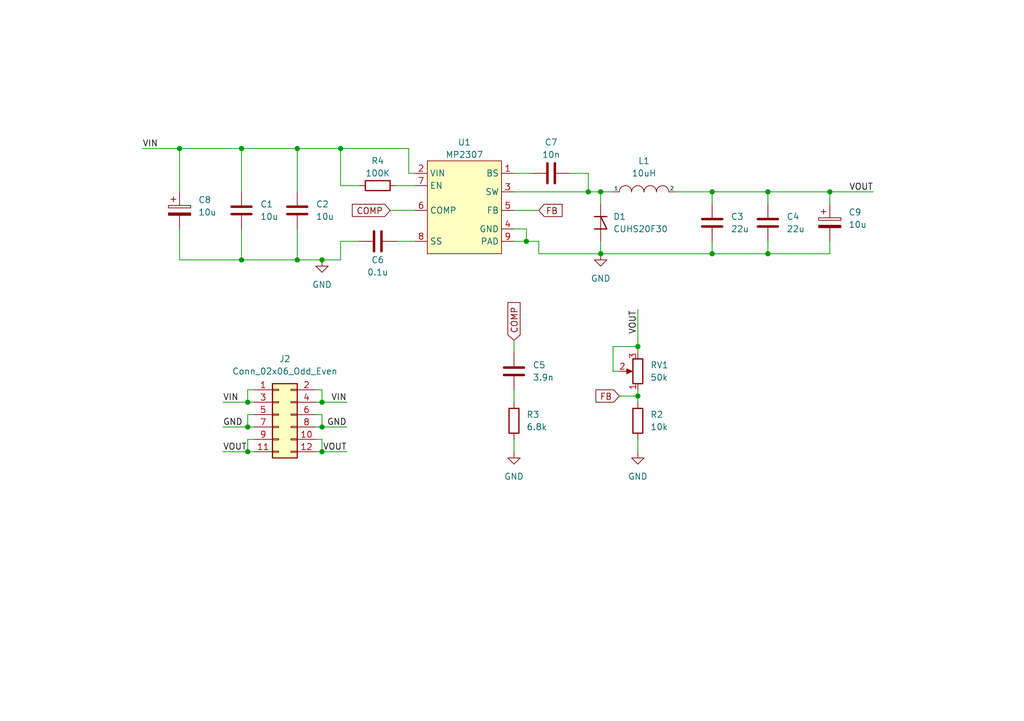
<source format=kicad_sch>
(kicad_sch (version 20230121) (generator eeschema)
  (paper "A5")
  (title_block (title "MP2307") (date "2023-04-05") (company "@qwerty11__"))
  (lib_symbols
    (symbol "Connector_Generic:Conn_02x06_Odd_Even" (pin_names (offset 1.016) hide)
      (property "Reference" "J" (at 1.27 7.62 0))
      (property "Value" "Conn_02x06_Odd_Even" (at 1.27 -10.16 0))
      (symbol "Conn_02x06_Odd_Even_1_1"
        (rectangle (start -1.27 -7.493) (end 0 -7.747) (stroke (width 0.1524)))
        (rectangle (start -1.27 -4.953) (end 0 -5.207) (stroke (width 0.1524)))
        (rectangle (start -1.27 -2.413) (end 0 -2.667) (stroke (width 0.1524)))
        (rectangle (start -1.27 0.127) (end 0 -0.127) (stroke (width 0.1524)))
        (rectangle (start -1.27 2.667) (end 0 2.413) (stroke (width 0.1524)))
        (rectangle (start -1.27 5.207) (end 0 4.953) (stroke (width 0.1524)))
        (rectangle (start -1.27 6.35) (end 3.81 -8.89) (stroke (width 0.254)) (fill (type background)))
        (rectangle (start 3.81 -7.493) (end 2.54 -7.747) (stroke (width 0.1524)))
        (rectangle (start 3.81 -4.953) (end 2.54 -5.207) (stroke (width 0.1524)))
        (rectangle (start 3.81 -2.413) (end 2.54 -2.667) (stroke (width 0.1524)))
        (rectangle (start 3.81 0.127) (end 2.54 -0.127) (stroke (width 0.1524)))
        (rectangle (start 3.81 2.667) (end 2.54 2.413) (stroke (width 0.1524)))
        (rectangle (start 3.81 5.207) (end 2.54 4.953) (stroke (width 0.1524)))
        (pin passive line (at -5.08 5.08 0) (length 3.81) (name "Pin_1") (number "1"))
        (pin passive line (at 7.62 -5.08 180) (length 3.81) (name "Pin_10") (number "10"))
        (pin passive line (at -5.08 -7.62 0) (length 3.81) (name "Pin_11") (number "11"))
        (pin passive line (at 7.62 -7.62 180) (length 3.81) (name "Pin_12") (number "12"))
        (pin passive line (at 7.62 5.08 180) (length 3.81) (name "Pin_2") (number "2"))
        (pin passive line (at -5.08 2.54 0) (length 3.81) (name "Pin_3") (number "3"))
        (pin passive line (at 7.62 2.54 180) (length 3.81) (name "Pin_4") (number "4"))
        (pin passive line (at -5.08 0 0) (length 3.81) (name "Pin_5") (number "5"))
        (pin passive line (at 7.62 0 180) (length 3.81) (name "Pin_6") (number "6"))
        (pin passive line (at -5.08 -2.54 0) (length 3.81) (name "Pin_7") (number "7"))
        (pin passive line (at 7.62 -2.54 180) (length 3.81) (name "Pin_8") (number "8"))
        (pin passive line (at -5.08 -5.08 0) (length 3.81) (name "Pin_9") (number "9"))
      )
    )
    (symbol "Device:C" (pin_numbers hide) (pin_names (offset 0.254))
      (property "Reference" "C" (at 0.635 2.54 0))
      (property "Value" "C" (at 0.635 -2.54 0))
      (symbol "C_0_1"
        (polyline (pts (xy -2.032 -0.762) (xy 2.032 -0.762)) (stroke (width 0.508)))
        (polyline (pts (xy -2.032 0.762) (xy 2.032 0.762)) (stroke (width 0.508)))
      )
      (symbol "C_1_1"
        (pin passive line (at 0 3.81 270) (length 2.794) (name "~") (number "1"))
        (pin passive line (at 0 -3.81 90) (length 2.794) (name "~") (number "2"))
      )
    )
    (symbol "Device:C_Polarized" (pin_numbers hide) (pin_names (offset 0.254))
      (property "Reference" "C" (at 0.635 2.54 0))
      (property "Value" "C_Polarized" (at 0.635 -2.54 0))
      (symbol "C_Polarized_0_1"
        (rectangle (start -2.286 0.508) (end 2.286 1.016))
        (polyline (pts (xy -1.778 2.286) (xy -0.762 2.286)))
        (polyline (pts (xy -1.27 2.794) (xy -1.27 1.778)))
        (rectangle (start 2.286 -0.508) (end -2.286 -1.016) (fill (type outline)))
      )
      (symbol "C_Polarized_1_1"
        (pin passive line (at 0 3.81 270) (length 2.794) (name "~") (number "1"))
        (pin passive line (at 0 -3.81 90) (length 2.794) (name "~") (number "2"))
      )
    )
    (symbol "Device:D_Shockley" (pin_numbers hide) (pin_names (offset 1.016) hide)
      (property "Reference" "D" (at 0 2.54 0))
      (property "Value" "D_Shockley" (at 0 -2.54 0))
      (symbol "D_Shockley_0_1"
        (polyline (pts (xy -1.27 0) (xy 1.27 0)))
        (polyline (pts (xy -1.27 1.27) (xy -1.27 -1.27)) (stroke (width 0.254)))
        (polyline (pts (xy -1.27 0) (xy 1.27 1.27) (xy 1.27 -1.27)) (stroke (width 0.254)))
      )
      (symbol "D_Shockley_1_1"
        (pin passive line (at -3.81 0 0) (length 2.54) (name "K") (number "1"))
        (pin passive line (at 3.81 0 180) (length 2.54) (name "A") (number "2"))
      )
    )
    (symbol "Device:R" (pin_numbers hide) (pin_names (offset 0))
      (property "Reference" "R" (at 2.032 0 90))
      (property "Value" "R" (at 0 0 90))
      (symbol "R_0_1"
        (rectangle (start -1.016 -2.54) (end 1.016 2.54) (stroke (width 0.254)))
      )
      (symbol "R_1_1"
        (pin passive line (at 0 3.81 270) (length 1.27) (name "~") (number "1"))
        (pin passive line (at 0 -3.81 90) (length 1.27) (name "~") (number "2"))
      )
    )
    (symbol "Device:R_Potentiometer" (pin_names (offset 1.016) hide)
      (property "Reference" "RV" (at -4.445 0 90))
      (property "Value" "R_Potentiometer" (at -2.54 0 90))
      (symbol "R_Potentiometer_0_1"
        (polyline (pts (xy 2.54 0) (xy 1.524 0)))
        (polyline (pts (xy 1.143 0) (xy 2.286 0.508) (xy 2.286 -0.508) (xy 1.143 0)) (fill (type outline)))
        (rectangle (start 1.016 2.54) (end -1.016 -2.54) (stroke (width 0.254)))
      )
      (symbol "R_Potentiometer_1_1"
        (pin passive line (at 0 3.81 270) (length 1.27) (name "1") (number "1"))
        (pin passive line (at 3.81 0 180) (length 1.27) (name "2") (number "2"))
        (pin passive line (at 0 -3.81 90) (length 1.27) (name "3") (number "3"))
      )
    )
    (symbol "Library:MP2307"
      (property "Reference" "U" (at 0 13.97 0))
      (property "Value" "MP2307" (at 0 11.43 0))
      (symbol "MP2307_0_1"
        (rectangle (start -7.62 -7.62) (end -7.62 -7.62))
        (polyline (pts (xy -6.35 10.16) (xy -6.35 10.16)))
        (polyline (pts (xy 8.89 10.16) (xy 8.89 10.16)))
        (rectangle (start 7.62 10.16) (end -7.62 -8.89) (fill (type background)))
      )
      (symbol "MP2307_1_1"
        (pin output line (at 10.16 7.62 180) (length 2.54) (name "BS") (number "1"))
        (pin power_in line (at -10.16 7.62 0) (length 2.54) (name "VIN") (number "2"))
        (pin power_out line (at 10.16 3.81 180) (length 2.54) (name "SW") (number "3"))
        (pin unspecified line (at 10.16 -3.81 180) (length 2.54) (name "GND") (number "4"))
        (pin input line (at 10.16 0 180) (length 2.54) (name "FB") (number "5"))
        (pin input line (at -10.16 0 0) (length 2.54) (name "COMP") (number "6"))
        (pin input line (at -10.16 5.08 0) (length 2.54) (name "EN") (number "7"))
        (pin input line (at -10.16 -6.35 0) (length 2.54) (name "SS") (number "8"))
        (pin unspecified line (at 10.16 -6.35 180) (length 2.54) (name "PAD") (number "9"))
      )
    )
    (symbol "power:GND" (power) (pin_names (offset 0))
      (property "Value" "GND" (at 0 -3.81 0))
      (symbol "GND_0_1"
        (polyline (pts (xy 0 0) (xy 0 -1.27) (xy 1.27 -1.27) (xy 0 -2.54) (xy -1.27 -1.27) (xy 0 -1.27)))
      )
      (symbol "GND_1_1"
        (pin power_in line (at 0 0 270) (length 0) hide (name "GND") (number "1"))
      )
    )
    (symbol "pspice:INDUCTOR" (pin_numbers hide) (pin_names (offset 0))
      (property "Reference" "L" (at 0 2.54 0))
      (property "Value" "INDUCTOR" (at 0 -1.27 0))
      (symbol "INDUCTOR_0_1"
        (arc (start -2.54 0) (mid -3.81 1.2645) (end -5.08 0))
        (arc (start 0 0) (mid -1.27 1.2645) (end -2.54 0))
        (arc (start 2.54 0) (mid 1.27 1.2645) (end 0 0))
        (arc (start 5.08 0) (mid 3.81 1.2645) (end 2.54 0))
      )
      (symbol "INDUCTOR_1_1"
        (pin input line (at -6.35 0 0) (length 1.27) (name "1") (number "1"))
        (pin input line (at 6.35 0 180) (length 1.27) (name "2") (number "2"))
      )
    )
  )
  (junction (at 123.19 39.37))
  (junction (at 49.53 53.34))
  (junction (at 130.81 71.12))
  (junction (at 123.19 52.07))
  (junction (at 170.18 39.37))
  (junction (at 157.48 39.37))
  (junction (at 60.96 30.48))
  (junction (at 50.8 82.55))
  (junction (at 50.8 87.63))
  (junction (at 36.83 30.48))
  (junction (at 66.04 53.34))
  (junction (at 49.53 30.48))
  (junction (at 60.96 53.34))
  (junction (at 120.65 39.37))
  (junction (at 130.81 81.28))
  (junction (at 69.85 30.48))
  (junction (at 50.8 92.71))
  (junction (at 107.95 49.53))
  (junction (at 146.05 39.37))
  (junction (at 146.05 52.07))
  (junction (at 157.48 52.07))
  (junction (at 66.04 92.71))
  (junction (at 66.04 87.63))
  (junction (at 66.04 82.55))
  (wire (pts (xy 146.05 39.37) (xy 157.48 39.37)))
  (wire (pts (xy 83.82 35.56) (xy 83.82 30.48)))
  (wire (pts (xy 66.04 92.71) (xy 64.77 92.71)))
  (wire (pts (xy 107.95 46.99) (xy 107.95 49.53)))
  (wire (pts (xy 45.72 92.71) (xy 50.8 92.71)))
  (wire (pts (xy 127 76.2) (xy 125.73 76.2)))
  (wire (pts (xy 69.85 30.48) (xy 69.85 38.1)))
  (wire (pts (xy 60.96 39.37) (xy 60.96 30.48)))
  (wire (pts (xy 107.95 49.53) (xy 110.49 49.53)))
  (wire (pts (xy 80.01 43.18) (xy 85.09 43.18)))
  (wire (pts (xy 29.21 30.48) (xy 36.83 30.48)))
  (wire (pts (xy 81.28 38.1) (xy 85.09 38.1)))
  (wire (pts (xy 60.96 53.34) (xy 49.53 53.34)))
  (wire (pts (xy 49.53 53.34) (xy 49.53 46.99)))
  (wire (pts (xy 45.72 87.63) (xy 50.8 87.63)))
  (wire (pts (xy 138.43 39.37) (xy 146.05 39.37)))
  (wire (pts (xy 123.19 52.07) (xy 146.05 52.07)))
  (wire (pts (xy 69.85 38.1) (xy 73.66 38.1)))
  (wire (pts (xy 105.41 80.01) (xy 105.41 82.55)))
  (wire (pts (xy 50.8 92.71) (xy 50.8 90.17)))
  (wire (pts (xy 64.77 85.09) (xy 66.04 85.09)))
  (wire (pts (xy 66.04 90.17) (xy 64.77 90.17)))
  (wire (pts (xy 50.8 87.63) (xy 52.07 87.63)))
  (wire (pts (xy 52.07 80.01) (xy 50.8 80.01)))
  (wire (pts (xy 110.49 49.53) (xy 110.49 52.07)))
  (wire (pts (xy 83.82 30.48) (xy 69.85 30.48)))
  (wire (pts (xy 125.73 71.12) (xy 130.81 71.12)))
  (wire (pts (xy 125.73 76.2) (xy 125.73 71.12)))
  (wire (pts (xy 36.83 53.34) (xy 49.53 53.34)))
  (wire (pts (xy 130.81 71.12) (xy 130.81 72.39)))
  (wire (pts (xy 66.04 80.01) (xy 66.04 82.55)))
  (wire (pts (xy 36.83 30.48) (xy 49.53 30.48)))
  (wire (pts (xy 146.05 52.07) (xy 157.48 52.07)))
  (wire (pts (xy 123.19 39.37) (xy 123.19 41.91)))
  (wire (pts (xy 105.41 69.85) (xy 105.41 72.39)))
  (wire (pts (xy 66.04 87.63) (xy 71.12 87.63)))
  (wire (pts (xy 130.81 81.28) (xy 130.81 82.55)))
  (wire (pts (xy 52.07 85.09) (xy 50.8 85.09)))
  (wire (pts (xy 105.41 35.56) (xy 109.22 35.56)))
  (wire (pts (xy 69.85 49.53) (xy 73.66 49.53)))
  (wire (pts (xy 120.65 39.37) (xy 120.65 35.56)))
  (wire (pts (xy 105.41 92.71) (xy 105.41 90.17)))
  (wire (pts (xy 60.96 30.48) (xy 69.85 30.48)))
  (wire (pts (xy 123.19 49.53) (xy 123.19 52.07)))
  (wire (pts (xy 49.53 30.48) (xy 60.96 30.48)))
  (wire (pts (xy 146.05 49.53) (xy 146.05 52.07)))
  (wire (pts (xy 45.72 82.55) (xy 50.8 82.55)))
  (wire (pts (xy 170.18 49.53) (xy 170.18 52.07)))
  (wire (pts (xy 130.81 80.01) (xy 130.81 81.28)))
  (wire (pts (xy 50.8 90.17) (xy 52.07 90.17)))
  (wire (pts (xy 66.04 92.71) (xy 66.04 90.17)))
  (wire (pts (xy 36.83 46.99) (xy 36.83 53.34)))
  (wire (pts (xy 170.18 39.37) (xy 179.07 39.37)))
  (wire (pts (xy 130.81 63.5) (xy 130.81 71.12)))
  (wire (pts (xy 66.04 85.09) (xy 66.04 87.63)))
  (wire (pts (xy 105.41 39.37) (xy 120.65 39.37)))
  (wire (pts (xy 157.48 49.53) (xy 157.48 52.07)))
  (wire (pts (xy 60.96 53.34) (xy 66.04 53.34)))
  (wire (pts (xy 120.65 35.56) (xy 116.84 35.56)))
  (wire (pts (xy 120.65 39.37) (xy 123.19 39.37)))
  (wire (pts (xy 66.04 92.71) (xy 71.12 92.71)))
  (wire (pts (xy 66.04 53.34) (xy 69.85 53.34)))
  (wire (pts (xy 130.81 90.17) (xy 130.81 92.71)))
  (wire (pts (xy 105.41 46.99) (xy 107.95 46.99)))
  (wire (pts (xy 66.04 87.63) (xy 64.77 87.63)))
  (wire (pts (xy 146.05 39.37) (xy 146.05 41.91)))
  (wire (pts (xy 110.49 52.07) (xy 123.19 52.07)))
  (wire (pts (xy 36.83 30.48) (xy 36.83 39.37)))
  (wire (pts (xy 60.96 46.99) (xy 60.96 53.34)))
  (wire (pts (xy 157.48 39.37) (xy 170.18 39.37)))
  (wire (pts (xy 105.41 43.18) (xy 110.49 43.18)))
  (wire (pts (xy 50.8 92.71) (xy 52.07 92.71)))
  (wire (pts (xy 81.28 49.53) (xy 85.09 49.53)))
  (wire (pts (xy 50.8 85.09) (xy 50.8 87.63)))
  (wire (pts (xy 64.77 80.01) (xy 66.04 80.01)))
  (wire (pts (xy 50.8 82.55) (xy 52.07 82.55)))
  (wire (pts (xy 66.04 82.55) (xy 71.12 82.55)))
  (wire (pts (xy 49.53 39.37) (xy 49.53 30.48)))
  (wire (pts (xy 50.8 80.01) (xy 50.8 82.55)))
  (wire (pts (xy 157.48 39.37) (xy 157.48 41.91)))
  (wire (pts (xy 123.19 39.37) (xy 125.73 39.37)))
  (wire (pts (xy 107.95 49.53) (xy 105.41 49.53)))
  (wire (pts (xy 64.77 82.55) (xy 66.04 82.55)))
  (wire (pts (xy 170.18 52.07) (xy 157.48 52.07)))
  (wire (pts (xy 170.18 39.37) (xy 170.18 41.91)))
  (wire (pts (xy 127 81.28) (xy 130.81 81.28)))
  (wire (pts (xy 85.09 35.56) (xy 83.82 35.56)))
  (wire (pts (xy 69.85 53.34) (xy 69.85 49.53)))
  (label "VOUT" (at 130.81 68.58 90))
  (label "VIN" (at 29.21 30.48 0))
  (label "GND" (at 45.72 87.63 0))
  (label "VIN" (at 71.12 82.55 180))
  (label "VIN" (at 45.72 82.55 0))
  (label "VOUT" (at 71.12 92.71 180))
  (label "GND" (at 71.12 87.63 180))
  (label "VOUT" (at 45.72 92.71 0))
  (label "VOUT" (at 179.07 39.37 180))
  (global_label "FB" (shape input) (at 127 81.28 180) (property "Intersheetrefs" "${INTERSHEET_REFS}" (effects hide)) (property "シート間のリファレンス" "${INTERSHEET_REFS}" (effects hide)))
  (global_label "COMP" (shape input) (at 80.01 43.18 180) (property "Intersheetrefs" "${INTERSHEET_REFS}" (effects hide)) (property "シート間のリファレンス" "${INTERSHEET_REFS}" (effects hide)))
  (global_label "FB" (shape input) (at 110.49 43.18 0) (property "Intersheetrefs" "${INTERSHEET_REFS}" (effects hide)) (property "シート間のリファレンス" "${INTERSHEET_REFS}" (effects hide)))
  (global_label "COMP" (shape input) (at 105.41 69.85 90) (property "Intersheetrefs" "${INTERSHEET_REFS}" (effects hide)) (property "シート間のリファレンス" "${INTERSHEET_REFS}" (effects hide)))
  (symbol (lib_id "Device:C") (at 113.03 35.56 90) (unit 1)
    (property "Reference" "C7" (at 113.03 29.21 90))
    (property "Value" "10n" (at 113.03 31.75 90))
    (property "Footprint" "Capacitor_SMD:C_0402_1005Metric" (effects hide))
  )
  (symbol (lib_id "power:GND") (at 105.41 92.71 0) (unit 1)
    (property "Reference" "#PWR02" (effects hide))
    (property "Value" "GND" (at 105.41 97.79 0))
  )
  (symbol (lib_id "Device:R") (at 105.41 86.36 0) (unit 1)
    (property "Reference" "R3" (at 107.95 85.0899 0) (effects (justify left)))
    (property "Value" "6.8k" (at 107.95 87.6299 0) (effects (justify left)))
    (property "Footprint" "Resistor_SMD:R_0603_1608Metric" (effects hide))
  )
  (symbol (lib_id "Device:C") (at 60.96 43.18 0) (unit 1)
    (property "Reference" "C2" (at 64.77 41.9099 0) (effects (justify left)))
    (property "Value" "10u" (at 64.77 44.4499 0) (effects (justify left)))
    (property "Footprint" "Capacitor_SMD:C_0805_2012Metric_Pad1.18x1.45mm_HandSolder" (effects hide))
  )
  (symbol (lib_id "Device:R") (at 77.47 38.1 90) (unit 1)
    (property "Reference" "R4" (at 77.47 33.02 90))
    (property "Value" "100K" (at 77.47 35.56 90))
    (property "Footprint" "Resistor_SMD:R_0402_1005Metric" (effects hide))
  )
  (symbol (lib_id "Device:C_Polarized") (at 36.83 43.18 0) (unit 1)
    (property "Reference" "C8" (at 40.64 41.0209 0) (effects (justify left)))
    (property "Value" "10u" (at 40.64 43.5609 0) (effects (justify left)))
    (property "Footprint" "Capacitor_THT:CP_Radial_D6.3mm_P2.50mm" (effects hide))
  )
  (symbol (lib_id "power:GND") (at 130.81 92.71 0) (unit 1)
    (property "Reference" "#PWR04" (effects hide))
    (property "Value" "GND" (at 130.81 97.79 0))
  )
  (symbol (lib_id "Device:C") (at 105.41 76.2 0) (unit 1)
    (property "Reference" "C5" (at 109.22 74.9299 0) (effects (justify left)))
    (property "Value" "3.9n" (at 109.22 77.4699 0) (effects (justify left)))
    (property "Footprint" "Capacitor_SMD:C_0603_1608Metric_Pad1.08x0.95mm_HandSolder" (effects hide))
  )
  (symbol (lib_id "Device:D_Shockley") (at 123.19 45.72 270) (unit 1)
    (property "Reference" "D1" (at 125.73 44.4499 90) (effects (justify left)))
    (property "Value" "CUHS20F30" (at 125.73 46.9899 90) (effects (justify left)))
    (property "Footprint" "Diode_SMD:D_TUMD2" (effects hide))
  )
  (symbol (lib_id "Connector_Generic:Conn_02x06_Odd_Even") (at 57.15 85.09 0) (unit 1)
    (property "Reference" "J2" (at 58.42 73.66 0))
    (property "Value" "Conn_02x06_Odd_Even" (at 58.42 76.2 0))
    (property "Footprint" "Connector_PinHeader_2.54mm:PinHeader_2x06_P2.54mm_Vertical" (effects hide))
  )
  (symbol (lib_id "power:GND") (at 66.04 53.34 0) (unit 1)
    (property "Reference" "#PWR01" (effects hide))
    (property "Value" "GND" (at 66.04 58.42 0))
  )
  (symbol (lib_id "Library:MP2307") (at 95.25 43.18 0) (unit 1)
    (property "Reference" "U1" (at 95.25 29.21 0))
    (property "Value" "MP2307" (at 95.25 31.75 0))
    (property "Footprint" "Library:SOIC-8-1EP_3.9x4.9mm_P1.27mm_EP2.62x3.51mm_ThermalVias" (effects hide))
    (property "Datasheet" "https://www.monolithicpower.com/jp/documentview/productdocument/index/version/2/document_type/Datasheet/lang/en/sku/MP2307/document_id/503/" (effects hide))
  )
  (symbol (lib_id "power:GND") (at 123.19 52.07 0) (unit 1)
    (property "Reference" "#PWR03" (effects hide))
    (property "Value" "GND" (at 123.19 57.15 0))
  )
  (symbol (lib_id "Device:C") (at 49.53 43.18 0) (unit 1)
    (property "Reference" "C1" (at 53.34 41.9099 0) (effects (justify left)))
    (property "Value" "10u" (at 53.34 44.4499 0) (effects (justify left)))
    (property "Footprint" "Capacitor_SMD:C_0805_2012Metric_Pad1.18x1.45mm_HandSolder" (effects hide))
  )
  (symbol (lib_id "Device:R") (at 130.81 86.36 0) (unit 1)
    (property "Reference" "R2" (at 133.35 85.0899 0) (effects (justify left)))
    (property "Value" "10k" (at 133.35 87.6299 0) (effects (justify left)))
    (property "Footprint" "Resistor_SMD:R_0402_1005Metric" (effects hide))
  )
  (symbol (lib_id "Device:C_Polarized") (at 170.18 45.72 0) (unit 1)
    (property "Reference" "C9" (at 173.99 43.5609 0) (effects (justify left)))
    (property "Value" "10u" (at 173.99 46.1009 0) (effects (justify left)))
    (property "Footprint" "Capacitor_THT:CP_Radial_D6.3mm_P2.50mm" (effects hide))
  )
  (symbol (lib_id "Device:C") (at 157.48 45.72 0) (unit 1)
    (property "Reference" "C4" (at 161.29 44.4499 0) (effects (justify left)))
    (property "Value" "22u" (at 161.29 46.9899 0) (effects (justify left)))
    (property "Footprint" "Capacitor_SMD:C_0805_2012Metric_Pad1.18x1.45mm_HandSolder" (effects hide))
  )
  (symbol (lib_id "pspice:INDUCTOR") (at 132.08 39.37 0) (unit 1)
    (property "Reference" "L1" (at 132.08 33.02 0))
    (property "Value" "10uH" (at 132.08 35.56 0))
    (property "Footprint" "Library:Inductor_KOHERelec_MDA7030" (effects hide))
  )
  (symbol (lib_id "Device:C") (at 77.47 49.53 90) (unit 1)
    (property "Reference" "C6" (at 77.47 53.34 90))
    (property "Value" "0.1u" (at 77.47 55.88 90))
    (property "Footprint" "Capacitor_SMD:C_0402_1005Metric" (effects hide))
  )
  (symbol (lib_id "Device:R_Potentiometer") (at 130.81 76.2 180) (unit 1)
    (property "Reference" "RV1" (at 133.35 74.9299 0) (effects (justify right)))
    (property "Value" "50k" (at 133.35 77.4699 0) (effects (justify right)))
    (property "Footprint" "Library:PVZ3A_variable_resistor" (effects hide))
  )
  (symbol (lib_id "Device:C") (at 146.05 45.72 0) (unit 1)
    (property "Reference" "C3" (at 149.86 44.4499 0) (effects (justify left)))
    (property "Value" "22u" (at 149.86 46.9899 0) (effects (justify left)))
    (property "Footprint" "Capacitor_SMD:C_0805_2012Metric_Pad1.18x1.45mm_HandSolder" (effects hide))
  )
)
</source>
